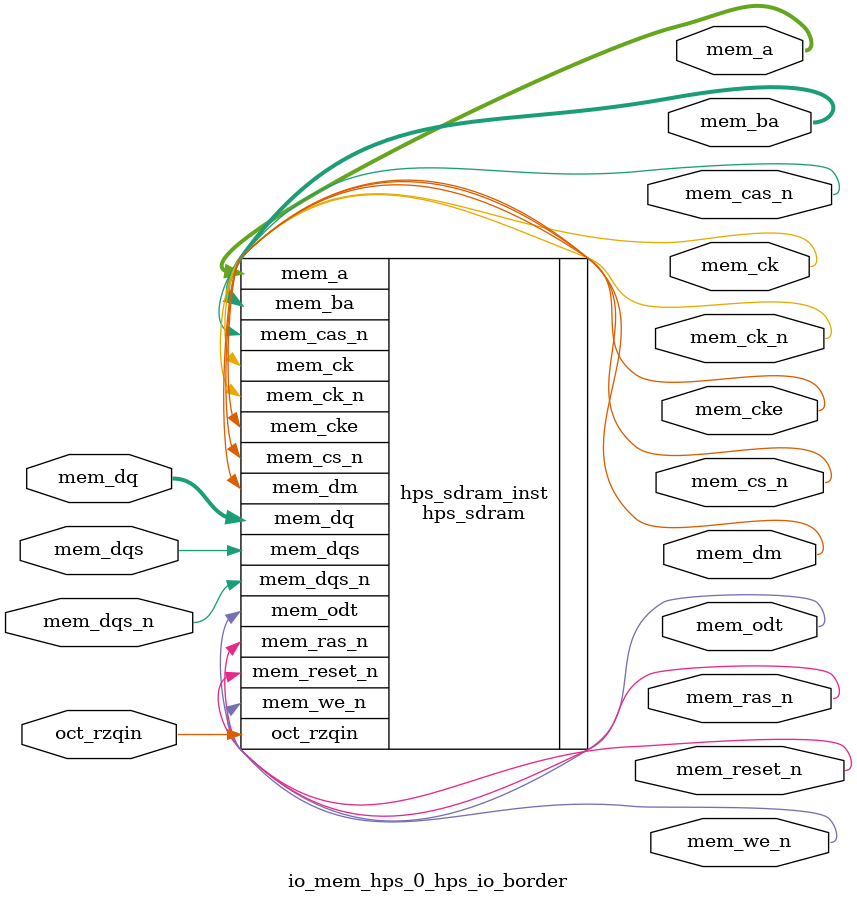
<source format=sv>


module io_mem_hps_0_hps_io_border(
// memory
  output wire [13 - 1 : 0 ] mem_a
 ,output wire [3 - 1 : 0 ] mem_ba
 ,output wire [1 - 1 : 0 ] mem_ck
 ,output wire [1 - 1 : 0 ] mem_ck_n
 ,output wire [1 - 1 : 0 ] mem_cke
 ,output wire [1 - 1 : 0 ] mem_cs_n
 ,output wire [1 - 1 : 0 ] mem_ras_n
 ,output wire [1 - 1 : 0 ] mem_cas_n
 ,output wire [1 - 1 : 0 ] mem_we_n
 ,output wire [1 - 1 : 0 ] mem_reset_n
 ,inout wire [8 - 1 : 0 ] mem_dq
 ,inout wire [1 - 1 : 0 ] mem_dqs
 ,inout wire [1 - 1 : 0 ] mem_dqs_n
 ,output wire [1 - 1 : 0 ] mem_odt
 ,output wire [1 - 1 : 0 ] mem_dm
 ,input wire [1 - 1 : 0 ] oct_rzqin
);


hps_sdram hps_sdram_inst(
 .mem_dq({
    mem_dq[7:0] // 7:0
  })
,.mem_odt({
    mem_odt[0:0] // 0:0
  })
,.mem_ras_n({
    mem_ras_n[0:0] // 0:0
  })
,.mem_dqs_n({
    mem_dqs_n[0:0] // 0:0
  })
,.mem_dqs({
    mem_dqs[0:0] // 0:0
  })
,.mem_dm({
    mem_dm[0:0] // 0:0
  })
,.mem_we_n({
    mem_we_n[0:0] // 0:0
  })
,.mem_cas_n({
    mem_cas_n[0:0] // 0:0
  })
,.mem_ba({
    mem_ba[2:0] // 2:0
  })
,.mem_a({
    mem_a[12:0] // 12:0
  })
,.mem_cs_n({
    mem_cs_n[0:0] // 0:0
  })
,.mem_ck({
    mem_ck[0:0] // 0:0
  })
,.mem_cke({
    mem_cke[0:0] // 0:0
  })
,.oct_rzqin({
    oct_rzqin[0:0] // 0:0
  })
,.mem_reset_n({
    mem_reset_n[0:0] // 0:0
  })
,.mem_ck_n({
    mem_ck_n[0:0] // 0:0
  })
);

endmodule


</source>
